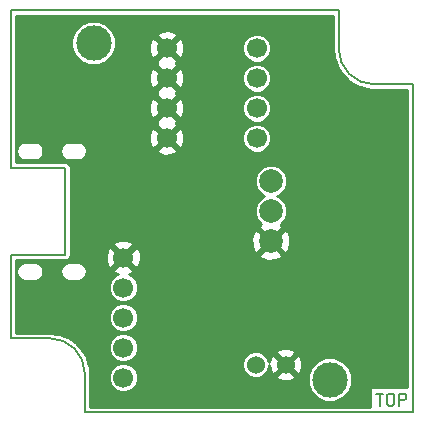
<source format=gtl>
G04 #@! TF.GenerationSoftware,KiCad,Pcbnew,5.0.1*
G04 #@! TF.CreationDate,2019-01-10T18:43:16+01:00*
G04 #@! TF.ProjectId,arachnorepel,61726163686E6F726570656C2E6B6963,rev?*
G04 #@! TF.SameCoordinates,Original*
G04 #@! TF.FileFunction,Copper,L1,Top,Signal*
G04 #@! TF.FilePolarity,Positive*
%FSLAX46Y46*%
G04 Gerber Fmt 4.6, Leading zero omitted, Abs format (unit mm)*
G04 Created by KiCad (PCBNEW 5.0.1) date Do 10 Jan 2019 18:43:16 CET*
%MOMM*%
%LPD*%
G01*
G04 APERTURE LIST*
G04 #@! TA.AperFunction,NonConductor*
%ADD10C,0.200000*%
G04 #@! TD*
G04 #@! TA.AperFunction,NonConductor*
%ADD11C,0.150000*%
G04 #@! TD*
G04 #@! TA.AperFunction,EtchedComponent*
%ADD12C,0.150000*%
G04 #@! TD*
G04 #@! TA.AperFunction,ComponentPad*
%ADD13C,2.999740*%
G04 #@! TD*
G04 #@! TA.AperFunction,ComponentPad*
%ADD14C,1.998980*%
G04 #@! TD*
G04 #@! TA.AperFunction,ComponentPad*
%ADD15C,1.700000*%
G04 #@! TD*
G04 #@! TA.AperFunction,ComponentPad*
%ADD16C,1.524000*%
G04 #@! TD*
G04 #@! TA.AperFunction,Conductor*
%ADD17C,0.254000*%
G04 #@! TD*
G04 APERTURE END LIST*
D10*
X113940476Y-115452380D02*
X114511904Y-115452380D01*
X114226190Y-116452380D02*
X114226190Y-115452380D01*
X115035714Y-115452380D02*
X115226190Y-115452380D01*
X115321428Y-115500000D01*
X115416666Y-115595238D01*
X115464285Y-115785714D01*
X115464285Y-116119047D01*
X115416666Y-116309523D01*
X115321428Y-116404761D01*
X115226190Y-116452380D01*
X115035714Y-116452380D01*
X114940476Y-116404761D01*
X114845238Y-116309523D01*
X114797619Y-116119047D01*
X114797619Y-115785714D01*
X114845238Y-115595238D01*
X114940476Y-115500000D01*
X115035714Y-115452380D01*
X115892857Y-116452380D02*
X115892857Y-115452380D01*
X116273809Y-115452380D01*
X116369047Y-115500000D01*
X116416666Y-115547619D01*
X116464285Y-115642857D01*
X116464285Y-115785714D01*
X116416666Y-115880952D01*
X116369047Y-115928571D01*
X116273809Y-115976190D01*
X115892857Y-115976190D01*
D11*
X83000000Y-110750000D02*
X83000000Y-103700000D01*
X110750000Y-86250000D02*
G75*
G03X113750000Y-89250000I3000000J0D01*
G01*
X89250000Y-113750000D02*
G75*
G03X86250000Y-110750000I-3000000J0D01*
G01*
X89250000Y-113750000D02*
X89250000Y-117000000D01*
X83000000Y-110750000D02*
X86250000Y-110750000D01*
X110750000Y-86250000D02*
X110750000Y-83000000D01*
X117000000Y-89250000D02*
X113750000Y-89250000D01*
X83000000Y-96300000D02*
X83000000Y-83000000D01*
X117000000Y-117000000D02*
X89250000Y-117000000D01*
X117000000Y-89250000D02*
X117000000Y-117000000D01*
X83000000Y-83000000D02*
X110750000Y-83000000D01*
D12*
G04 #@! TO.C,K2*
X87600000Y-103700000D02*
X83000000Y-103700000D01*
X87600000Y-96300000D02*
X87600000Y-103700000D01*
X83000000Y-96300000D02*
X87600000Y-96300000D01*
G04 #@! TD*
D13*
G04 #@! TO.P,HOLE_3mm,1*
G04 #@! TO.N,N/C*
X90000000Y-85750000D03*
G04 #@! TD*
G04 #@! TO.P,HOLE_3mm,1*
G04 #@! TO.N,N/C*
X110000000Y-114250000D03*
G04 #@! TD*
D14*
G04 #@! TO.P,K1,3*
G04 #@! TO.N,GND*
X105000000Y-102540000D03*
G04 #@! TO.P,K1,2*
G04 #@! TO.N,/DO*
X105000000Y-100000000D03*
G04 #@! TO.P,K1,1*
G04 #@! TO.N,+5V*
X105000000Y-97460000D03*
G04 #@! TD*
D15*
G04 #@! TO.P,K3,1*
G04 #@! TO.N,+3\002C3V*
X92500000Y-114080000D03*
G04 #@! TO.P,K3,2*
G04 #@! TO.N,/NRST*
X92500000Y-111540000D03*
G04 #@! TO.P,K3,3*
G04 #@! TO.N,/SWDIO*
X92500000Y-109000000D03*
G04 #@! TO.P,K3,4*
G04 #@! TO.N,/SWCLK*
X92500000Y-106460000D03*
G04 #@! TO.P,K3,5*
G04 #@! TO.N,GND*
X92500000Y-103920000D03*
G04 #@! TD*
G04 #@! TO.P,SW1,8*
G04 #@! TO.N,GND*
X96190000Y-93810000D03*
G04 #@! TO.P,SW1,7*
X96190000Y-91270000D03*
G04 #@! TO.P,SW1,4*
G04 #@! TO.N,Net-(SW1-Pad4)*
X103810000Y-86190000D03*
G04 #@! TO.P,SW1,3*
G04 #@! TO.N,Net-(SW1-Pad3)*
X103810000Y-88730000D03*
G04 #@! TO.P,SW1,2*
G04 #@! TO.N,Net-(SW1-Pad2)*
X103810000Y-91270000D03*
G04 #@! TO.P,SW1,1*
G04 #@! TO.N,Net-(SW1-Pad1)*
X103810000Y-93810000D03*
G04 #@! TO.P,SW1,5*
G04 #@! TO.N,GND*
X96190000Y-86190000D03*
G04 #@! TO.P,SW1,6*
X96190000Y-88730000D03*
G04 #@! TD*
D16*
G04 #@! TO.P,Q2,1*
G04 #@! TO.N,GND*
X106270000Y-113000000D03*
G04 #@! TO.P,Q2,2*
G04 #@! TO.N,Net-(Q2-Pad2)*
X103730000Y-113000000D03*
G04 #@! TD*
D17*
G04 #@! TO.N,GND*
G36*
X110294000Y-86294908D02*
X110297982Y-86314925D01*
X110343218Y-86821790D01*
X110346997Y-86839958D01*
X110348000Y-86858478D01*
X110360991Y-86913434D01*
X110562398Y-87578427D01*
X110572251Y-87601089D01*
X110579226Y-87624786D01*
X110604500Y-87675258D01*
X110604510Y-87675281D01*
X110604517Y-87675290D01*
X110953496Y-88276104D01*
X110968299Y-88295892D01*
X110980539Y-88317350D01*
X111016753Y-88360661D01*
X111016761Y-88360672D01*
X111016766Y-88360676D01*
X111494606Y-88865096D01*
X111513565Y-88880948D01*
X111530412Y-88899014D01*
X111575618Y-88932833D01*
X111575629Y-88932842D01*
X111575635Y-88932845D01*
X112156701Y-89313810D01*
X112178796Y-89324874D01*
X112199349Y-89338581D01*
X112251136Y-89361099D01*
X112904264Y-89598173D01*
X112928311Y-89603858D01*
X112951467Y-89612469D01*
X113007027Y-89622466D01*
X113007045Y-89622470D01*
X113007054Y-89622470D01*
X113679008Y-89700812D01*
X113705091Y-89706000D01*
X116544000Y-89706000D01*
X116544001Y-114849000D01*
X113364238Y-114849000D01*
X113364238Y-116544000D01*
X89706000Y-116544000D01*
X89706000Y-113835139D01*
X91269000Y-113835139D01*
X91269000Y-114324861D01*
X91456408Y-114777306D01*
X91802694Y-115123592D01*
X92255139Y-115311000D01*
X92744861Y-115311000D01*
X93197306Y-115123592D01*
X93543592Y-114777306D01*
X93731000Y-114324861D01*
X93731000Y-113835139D01*
X93543592Y-113382694D01*
X93197306Y-113036408D01*
X92744861Y-112849000D01*
X92255139Y-112849000D01*
X91802694Y-113036408D01*
X91456408Y-113382694D01*
X91269000Y-113835139D01*
X89706000Y-113835139D01*
X89706000Y-113705091D01*
X89702018Y-113685072D01*
X89656782Y-113178210D01*
X89653003Y-113160042D01*
X89652000Y-113141522D01*
X89639009Y-113086566D01*
X89543931Y-112772643D01*
X102587000Y-112772643D01*
X102587000Y-113227357D01*
X102761011Y-113647458D01*
X103082542Y-113968989D01*
X103502643Y-114143000D01*
X103957357Y-114143000D01*
X104350360Y-113980213D01*
X105469392Y-113980213D01*
X105538857Y-114222397D01*
X106062302Y-114409144D01*
X106617368Y-114381362D01*
X107001143Y-114222397D01*
X107070608Y-113980213D01*
X106966267Y-113875872D01*
X108119130Y-113875872D01*
X108119130Y-114624128D01*
X108405476Y-115315427D01*
X108934573Y-115844524D01*
X109625872Y-116130870D01*
X110374128Y-116130870D01*
X111065427Y-115844524D01*
X111594524Y-115315427D01*
X111880870Y-114624128D01*
X111880870Y-113875872D01*
X111594524Y-113184573D01*
X111065427Y-112655476D01*
X110374128Y-112369130D01*
X109625872Y-112369130D01*
X108934573Y-112655476D01*
X108405476Y-113184573D01*
X108119130Y-113875872D01*
X106966267Y-113875872D01*
X106270000Y-113179605D01*
X105469392Y-113980213D01*
X104350360Y-113980213D01*
X104377458Y-113968989D01*
X104698989Y-113647458D01*
X104873000Y-113227357D01*
X104873000Y-113034931D01*
X104888638Y-113347368D01*
X105047603Y-113731143D01*
X105289787Y-113800608D01*
X106090395Y-113000000D01*
X106449605Y-113000000D01*
X107250213Y-113800608D01*
X107492397Y-113731143D01*
X107679144Y-113207698D01*
X107651362Y-112652632D01*
X107492397Y-112268857D01*
X107250213Y-112199392D01*
X106449605Y-113000000D01*
X106090395Y-113000000D01*
X105289787Y-112199392D01*
X105047603Y-112268857D01*
X104870244Y-112765989D01*
X104698989Y-112352542D01*
X104377458Y-112031011D01*
X104350361Y-112019787D01*
X105469392Y-112019787D01*
X106270000Y-112820395D01*
X107070608Y-112019787D01*
X107001143Y-111777603D01*
X106477698Y-111590856D01*
X105922632Y-111618638D01*
X105538857Y-111777603D01*
X105469392Y-112019787D01*
X104350361Y-112019787D01*
X103957357Y-111857000D01*
X103502643Y-111857000D01*
X103082542Y-112031011D01*
X102761011Y-112352542D01*
X102587000Y-112772643D01*
X89543931Y-112772643D01*
X89437602Y-112421573D01*
X89427750Y-112398913D01*
X89420774Y-112375213D01*
X89395500Y-112324742D01*
X89395490Y-112324719D01*
X89395483Y-112324710D01*
X89046503Y-111723896D01*
X89031703Y-111704112D01*
X89019461Y-111682650D01*
X88983247Y-111639339D01*
X88983239Y-111639328D01*
X88983234Y-111639324D01*
X88657185Y-111295139D01*
X91269000Y-111295139D01*
X91269000Y-111784861D01*
X91456408Y-112237306D01*
X91802694Y-112583592D01*
X92255139Y-112771000D01*
X92744861Y-112771000D01*
X93197306Y-112583592D01*
X93543592Y-112237306D01*
X93731000Y-111784861D01*
X93731000Y-111295139D01*
X93543592Y-110842694D01*
X93197306Y-110496408D01*
X92744861Y-110309000D01*
X92255139Y-110309000D01*
X91802694Y-110496408D01*
X91456408Y-110842694D01*
X91269000Y-111295139D01*
X88657185Y-111295139D01*
X88505393Y-111134904D01*
X88486440Y-111119057D01*
X88469589Y-111100986D01*
X88424382Y-111067167D01*
X88424371Y-111067158D01*
X88424365Y-111067155D01*
X87843299Y-110686191D01*
X87821208Y-110675129D01*
X87800651Y-110661419D01*
X87748864Y-110638901D01*
X87095736Y-110401827D01*
X87071691Y-110396143D01*
X87048534Y-110387531D01*
X86992974Y-110377534D01*
X86992956Y-110377530D01*
X86992947Y-110377530D01*
X86320992Y-110299188D01*
X86294909Y-110294000D01*
X83456000Y-110294000D01*
X83456000Y-108755139D01*
X91269000Y-108755139D01*
X91269000Y-109244861D01*
X91456408Y-109697306D01*
X91802694Y-110043592D01*
X92255139Y-110231000D01*
X92744861Y-110231000D01*
X93197306Y-110043592D01*
X93543592Y-109697306D01*
X93731000Y-109244861D01*
X93731000Y-108755139D01*
X93543592Y-108302694D01*
X93197306Y-107956408D01*
X92744861Y-107769000D01*
X92255139Y-107769000D01*
X91802694Y-107956408D01*
X91456408Y-108302694D01*
X91269000Y-108755139D01*
X83456000Y-108755139D01*
X83456000Y-106215139D01*
X91269000Y-106215139D01*
X91269000Y-106704861D01*
X91456408Y-107157306D01*
X91802694Y-107503592D01*
X92255139Y-107691000D01*
X92744861Y-107691000D01*
X93197306Y-107503592D01*
X93543592Y-107157306D01*
X93731000Y-106704861D01*
X93731000Y-106215139D01*
X93543592Y-105762694D01*
X93197306Y-105416408D01*
X92997884Y-105333805D01*
X93284080Y-105215259D01*
X93364353Y-104963958D01*
X92500000Y-104099605D01*
X91635647Y-104963958D01*
X91715920Y-105215259D01*
X92021071Y-105325954D01*
X91802694Y-105416408D01*
X91456408Y-105762694D01*
X91269000Y-106215139D01*
X83456000Y-106215139D01*
X83456000Y-105111563D01*
X83514315Y-105404731D01*
X83686931Y-105663069D01*
X83945269Y-105835685D01*
X84173082Y-105881000D01*
X85026918Y-105881000D01*
X85254731Y-105835685D01*
X85513069Y-105663069D01*
X85685685Y-105404731D01*
X85746300Y-105100000D01*
X87153700Y-105100000D01*
X87214315Y-105404731D01*
X87386931Y-105663069D01*
X87645269Y-105835685D01*
X87873082Y-105881000D01*
X88726918Y-105881000D01*
X88954731Y-105835685D01*
X89213069Y-105663069D01*
X89385685Y-105404731D01*
X89446300Y-105100000D01*
X89385685Y-104795269D01*
X89213069Y-104536931D01*
X88954731Y-104364315D01*
X88726918Y-104319000D01*
X87873082Y-104319000D01*
X87645269Y-104364315D01*
X87386931Y-104536931D01*
X87214315Y-104795269D01*
X87153700Y-105100000D01*
X85746300Y-105100000D01*
X85685685Y-104795269D01*
X85513069Y-104536931D01*
X85254731Y-104364315D01*
X85026918Y-104319000D01*
X84173082Y-104319000D01*
X83945269Y-104364315D01*
X83686931Y-104536931D01*
X83514315Y-104795269D01*
X83456000Y-105088437D01*
X83456000Y-104156000D01*
X87555091Y-104156000D01*
X87600000Y-104164933D01*
X87644909Y-104156000D01*
X87777922Y-104129542D01*
X87928757Y-104028757D01*
X88029542Y-103877922D01*
X88064933Y-103700000D01*
X88063199Y-103691279D01*
X91003282Y-103691279D01*
X91029685Y-104281458D01*
X91204741Y-104704080D01*
X91456042Y-104784353D01*
X92320395Y-103920000D01*
X92679605Y-103920000D01*
X93543958Y-104784353D01*
X93795259Y-104704080D01*
X93996718Y-104148721D01*
X93976293Y-103692163D01*
X104027443Y-103692163D01*
X104126042Y-103958965D01*
X104735582Y-104185401D01*
X105385377Y-104161341D01*
X105873958Y-103958965D01*
X105972557Y-103692163D01*
X105000000Y-102719605D01*
X104027443Y-103692163D01*
X93976293Y-103692163D01*
X93970315Y-103558542D01*
X93795259Y-103135920D01*
X93543958Y-103055647D01*
X92679605Y-103920000D01*
X92320395Y-103920000D01*
X91456042Y-103055647D01*
X91204741Y-103135920D01*
X91003282Y-103691279D01*
X88063199Y-103691279D01*
X88056000Y-103655091D01*
X88056000Y-102876042D01*
X91635647Y-102876042D01*
X92500000Y-103740395D01*
X93364353Y-102876042D01*
X93284080Y-102624741D01*
X92728721Y-102423282D01*
X92138542Y-102449685D01*
X91715920Y-102624741D01*
X91635647Y-102876042D01*
X88056000Y-102876042D01*
X88056000Y-102275582D01*
X103354599Y-102275582D01*
X103378659Y-102925377D01*
X103581035Y-103413958D01*
X103847837Y-103512557D01*
X104820395Y-102540000D01*
X105179605Y-102540000D01*
X106152163Y-103512557D01*
X106418965Y-103413958D01*
X106645401Y-102804418D01*
X106621341Y-102154623D01*
X106418965Y-101666042D01*
X106152163Y-101567443D01*
X105179605Y-102540000D01*
X104820395Y-102540000D01*
X103847837Y-101567443D01*
X103581035Y-101666042D01*
X103354599Y-102275582D01*
X88056000Y-102275582D01*
X88056000Y-97185404D01*
X103619510Y-97185404D01*
X103619510Y-97734596D01*
X103829677Y-98241985D01*
X104218015Y-98630323D01*
X104458657Y-98730000D01*
X104218015Y-98829677D01*
X103829677Y-99218015D01*
X103619510Y-99725404D01*
X103619510Y-100274596D01*
X103829677Y-100781985D01*
X104156225Y-101108533D01*
X104126042Y-101121035D01*
X104027443Y-101387837D01*
X105000000Y-102360395D01*
X105972557Y-101387837D01*
X105873958Y-101121035D01*
X105842835Y-101109473D01*
X106170323Y-100781985D01*
X106380490Y-100274596D01*
X106380490Y-99725404D01*
X106170323Y-99218015D01*
X105781985Y-98829677D01*
X105541343Y-98730000D01*
X105781985Y-98630323D01*
X106170323Y-98241985D01*
X106380490Y-97734596D01*
X106380490Y-97185404D01*
X106170323Y-96678015D01*
X105781985Y-96289677D01*
X105274596Y-96079510D01*
X104725404Y-96079510D01*
X104218015Y-96289677D01*
X103829677Y-96678015D01*
X103619510Y-97185404D01*
X88056000Y-97185404D01*
X88056000Y-96344908D01*
X88064933Y-96300000D01*
X88029542Y-96122078D01*
X87928757Y-95971243D01*
X87777922Y-95870458D01*
X87644909Y-95844000D01*
X87600000Y-95835067D01*
X87555091Y-95844000D01*
X83456000Y-95844000D01*
X83456000Y-94911563D01*
X83514315Y-95204731D01*
X83686931Y-95463069D01*
X83945269Y-95635685D01*
X84173082Y-95681000D01*
X85026918Y-95681000D01*
X85254731Y-95635685D01*
X85513069Y-95463069D01*
X85685685Y-95204731D01*
X85746300Y-94900000D01*
X87153700Y-94900000D01*
X87214315Y-95204731D01*
X87386931Y-95463069D01*
X87645269Y-95635685D01*
X87873082Y-95681000D01*
X88726918Y-95681000D01*
X88954731Y-95635685D01*
X89213069Y-95463069D01*
X89385685Y-95204731D01*
X89446300Y-94900000D01*
X89437142Y-94853958D01*
X95325647Y-94853958D01*
X95405920Y-95105259D01*
X95961279Y-95306718D01*
X96551458Y-95280315D01*
X96974080Y-95105259D01*
X97054353Y-94853958D01*
X96190000Y-93989605D01*
X95325647Y-94853958D01*
X89437142Y-94853958D01*
X89385685Y-94595269D01*
X89213069Y-94336931D01*
X88954731Y-94164315D01*
X88726918Y-94119000D01*
X87873082Y-94119000D01*
X87645269Y-94164315D01*
X87386931Y-94336931D01*
X87214315Y-94595269D01*
X87153700Y-94900000D01*
X85746300Y-94900000D01*
X85685685Y-94595269D01*
X85513069Y-94336931D01*
X85254731Y-94164315D01*
X85026918Y-94119000D01*
X84173082Y-94119000D01*
X83945269Y-94164315D01*
X83686931Y-94336931D01*
X83514315Y-94595269D01*
X83456000Y-94888437D01*
X83456000Y-93581279D01*
X94693282Y-93581279D01*
X94719685Y-94171458D01*
X94894741Y-94594080D01*
X95146042Y-94674353D01*
X96010395Y-93810000D01*
X96369605Y-93810000D01*
X97233958Y-94674353D01*
X97485259Y-94594080D01*
X97686718Y-94038721D01*
X97665532Y-93565139D01*
X102579000Y-93565139D01*
X102579000Y-94054861D01*
X102766408Y-94507306D01*
X103112694Y-94853592D01*
X103565139Y-95041000D01*
X104054861Y-95041000D01*
X104507306Y-94853592D01*
X104853592Y-94507306D01*
X105041000Y-94054861D01*
X105041000Y-93565139D01*
X104853592Y-93112694D01*
X104507306Y-92766408D01*
X104054861Y-92579000D01*
X103565139Y-92579000D01*
X103112694Y-92766408D01*
X102766408Y-93112694D01*
X102579000Y-93565139D01*
X97665532Y-93565139D01*
X97660315Y-93448542D01*
X97485259Y-93025920D01*
X97233958Y-92945647D01*
X96369605Y-93810000D01*
X96010395Y-93810000D01*
X95146042Y-92945647D01*
X94894741Y-93025920D01*
X94693282Y-93581279D01*
X83456000Y-93581279D01*
X83456000Y-92313958D01*
X95325647Y-92313958D01*
X95397852Y-92540000D01*
X95325647Y-92766042D01*
X96190000Y-93630395D01*
X97054353Y-92766042D01*
X96982148Y-92540000D01*
X97054353Y-92313958D01*
X96190000Y-91449605D01*
X95325647Y-92313958D01*
X83456000Y-92313958D01*
X83456000Y-91041279D01*
X94693282Y-91041279D01*
X94719685Y-91631458D01*
X94894741Y-92054080D01*
X95146042Y-92134353D01*
X96010395Y-91270000D01*
X96369605Y-91270000D01*
X97233958Y-92134353D01*
X97485259Y-92054080D01*
X97686718Y-91498721D01*
X97665532Y-91025139D01*
X102579000Y-91025139D01*
X102579000Y-91514861D01*
X102766408Y-91967306D01*
X103112694Y-92313592D01*
X103565139Y-92501000D01*
X104054861Y-92501000D01*
X104507306Y-92313592D01*
X104853592Y-91967306D01*
X105041000Y-91514861D01*
X105041000Y-91025139D01*
X104853592Y-90572694D01*
X104507306Y-90226408D01*
X104054861Y-90039000D01*
X103565139Y-90039000D01*
X103112694Y-90226408D01*
X102766408Y-90572694D01*
X102579000Y-91025139D01*
X97665532Y-91025139D01*
X97660315Y-90908542D01*
X97485259Y-90485920D01*
X97233958Y-90405647D01*
X96369605Y-91270000D01*
X96010395Y-91270000D01*
X95146042Y-90405647D01*
X94894741Y-90485920D01*
X94693282Y-91041279D01*
X83456000Y-91041279D01*
X83456000Y-89773958D01*
X95325647Y-89773958D01*
X95397852Y-90000000D01*
X95325647Y-90226042D01*
X96190000Y-91090395D01*
X97054353Y-90226042D01*
X96982148Y-90000000D01*
X97054353Y-89773958D01*
X96190000Y-88909605D01*
X95325647Y-89773958D01*
X83456000Y-89773958D01*
X83456000Y-88501279D01*
X94693282Y-88501279D01*
X94719685Y-89091458D01*
X94894741Y-89514080D01*
X95146042Y-89594353D01*
X96010395Y-88730000D01*
X96369605Y-88730000D01*
X97233958Y-89594353D01*
X97485259Y-89514080D01*
X97686718Y-88958721D01*
X97665532Y-88485139D01*
X102579000Y-88485139D01*
X102579000Y-88974861D01*
X102766408Y-89427306D01*
X103112694Y-89773592D01*
X103565139Y-89961000D01*
X104054861Y-89961000D01*
X104507306Y-89773592D01*
X104853592Y-89427306D01*
X105041000Y-88974861D01*
X105041000Y-88485139D01*
X104853592Y-88032694D01*
X104507306Y-87686408D01*
X104054861Y-87499000D01*
X103565139Y-87499000D01*
X103112694Y-87686408D01*
X102766408Y-88032694D01*
X102579000Y-88485139D01*
X97665532Y-88485139D01*
X97660315Y-88368542D01*
X97485259Y-87945920D01*
X97233958Y-87865647D01*
X96369605Y-88730000D01*
X96010395Y-88730000D01*
X95146042Y-87865647D01*
X94894741Y-87945920D01*
X94693282Y-88501279D01*
X83456000Y-88501279D01*
X83456000Y-85375872D01*
X88119130Y-85375872D01*
X88119130Y-86124128D01*
X88405476Y-86815427D01*
X88934573Y-87344524D01*
X89625872Y-87630870D01*
X90374128Y-87630870D01*
X91065427Y-87344524D01*
X91175993Y-87233958D01*
X95325647Y-87233958D01*
X95397852Y-87460000D01*
X95325647Y-87686042D01*
X96190000Y-88550395D01*
X97054353Y-87686042D01*
X96982148Y-87460000D01*
X97054353Y-87233958D01*
X96190000Y-86369605D01*
X95325647Y-87233958D01*
X91175993Y-87233958D01*
X91594524Y-86815427D01*
X91880870Y-86124128D01*
X91880870Y-85961279D01*
X94693282Y-85961279D01*
X94719685Y-86551458D01*
X94894741Y-86974080D01*
X95146042Y-87054353D01*
X96010395Y-86190000D01*
X96369605Y-86190000D01*
X97233958Y-87054353D01*
X97485259Y-86974080D01*
X97686718Y-86418721D01*
X97665532Y-85945139D01*
X102579000Y-85945139D01*
X102579000Y-86434861D01*
X102766408Y-86887306D01*
X103112694Y-87233592D01*
X103565139Y-87421000D01*
X104054861Y-87421000D01*
X104507306Y-87233592D01*
X104853592Y-86887306D01*
X105041000Y-86434861D01*
X105041000Y-85945139D01*
X104853592Y-85492694D01*
X104507306Y-85146408D01*
X104054861Y-84959000D01*
X103565139Y-84959000D01*
X103112694Y-85146408D01*
X102766408Y-85492694D01*
X102579000Y-85945139D01*
X97665532Y-85945139D01*
X97660315Y-85828542D01*
X97485259Y-85405920D01*
X97233958Y-85325647D01*
X96369605Y-86190000D01*
X96010395Y-86190000D01*
X95146042Y-85325647D01*
X94894741Y-85405920D01*
X94693282Y-85961279D01*
X91880870Y-85961279D01*
X91880870Y-85375872D01*
X91785672Y-85146042D01*
X95325647Y-85146042D01*
X96190000Y-86010395D01*
X97054353Y-85146042D01*
X96974080Y-84894741D01*
X96418721Y-84693282D01*
X95828542Y-84719685D01*
X95405920Y-84894741D01*
X95325647Y-85146042D01*
X91785672Y-85146042D01*
X91594524Y-84684573D01*
X91065427Y-84155476D01*
X90374128Y-83869130D01*
X89625872Y-83869130D01*
X88934573Y-84155476D01*
X88405476Y-84684573D01*
X88119130Y-85375872D01*
X83456000Y-85375872D01*
X83456000Y-83456000D01*
X110294001Y-83456000D01*
X110294000Y-86294908D01*
X110294000Y-86294908D01*
G37*
X110294000Y-86294908D02*
X110297982Y-86314925D01*
X110343218Y-86821790D01*
X110346997Y-86839958D01*
X110348000Y-86858478D01*
X110360991Y-86913434D01*
X110562398Y-87578427D01*
X110572251Y-87601089D01*
X110579226Y-87624786D01*
X110604500Y-87675258D01*
X110604510Y-87675281D01*
X110604517Y-87675290D01*
X110953496Y-88276104D01*
X110968299Y-88295892D01*
X110980539Y-88317350D01*
X111016753Y-88360661D01*
X111016761Y-88360672D01*
X111016766Y-88360676D01*
X111494606Y-88865096D01*
X111513565Y-88880948D01*
X111530412Y-88899014D01*
X111575618Y-88932833D01*
X111575629Y-88932842D01*
X111575635Y-88932845D01*
X112156701Y-89313810D01*
X112178796Y-89324874D01*
X112199349Y-89338581D01*
X112251136Y-89361099D01*
X112904264Y-89598173D01*
X112928311Y-89603858D01*
X112951467Y-89612469D01*
X113007027Y-89622466D01*
X113007045Y-89622470D01*
X113007054Y-89622470D01*
X113679008Y-89700812D01*
X113705091Y-89706000D01*
X116544000Y-89706000D01*
X116544001Y-114849000D01*
X113364238Y-114849000D01*
X113364238Y-116544000D01*
X89706000Y-116544000D01*
X89706000Y-113835139D01*
X91269000Y-113835139D01*
X91269000Y-114324861D01*
X91456408Y-114777306D01*
X91802694Y-115123592D01*
X92255139Y-115311000D01*
X92744861Y-115311000D01*
X93197306Y-115123592D01*
X93543592Y-114777306D01*
X93731000Y-114324861D01*
X93731000Y-113835139D01*
X93543592Y-113382694D01*
X93197306Y-113036408D01*
X92744861Y-112849000D01*
X92255139Y-112849000D01*
X91802694Y-113036408D01*
X91456408Y-113382694D01*
X91269000Y-113835139D01*
X89706000Y-113835139D01*
X89706000Y-113705091D01*
X89702018Y-113685072D01*
X89656782Y-113178210D01*
X89653003Y-113160042D01*
X89652000Y-113141522D01*
X89639009Y-113086566D01*
X89543931Y-112772643D01*
X102587000Y-112772643D01*
X102587000Y-113227357D01*
X102761011Y-113647458D01*
X103082542Y-113968989D01*
X103502643Y-114143000D01*
X103957357Y-114143000D01*
X104350360Y-113980213D01*
X105469392Y-113980213D01*
X105538857Y-114222397D01*
X106062302Y-114409144D01*
X106617368Y-114381362D01*
X107001143Y-114222397D01*
X107070608Y-113980213D01*
X106966267Y-113875872D01*
X108119130Y-113875872D01*
X108119130Y-114624128D01*
X108405476Y-115315427D01*
X108934573Y-115844524D01*
X109625872Y-116130870D01*
X110374128Y-116130870D01*
X111065427Y-115844524D01*
X111594524Y-115315427D01*
X111880870Y-114624128D01*
X111880870Y-113875872D01*
X111594524Y-113184573D01*
X111065427Y-112655476D01*
X110374128Y-112369130D01*
X109625872Y-112369130D01*
X108934573Y-112655476D01*
X108405476Y-113184573D01*
X108119130Y-113875872D01*
X106966267Y-113875872D01*
X106270000Y-113179605D01*
X105469392Y-113980213D01*
X104350360Y-113980213D01*
X104377458Y-113968989D01*
X104698989Y-113647458D01*
X104873000Y-113227357D01*
X104873000Y-113034931D01*
X104888638Y-113347368D01*
X105047603Y-113731143D01*
X105289787Y-113800608D01*
X106090395Y-113000000D01*
X106449605Y-113000000D01*
X107250213Y-113800608D01*
X107492397Y-113731143D01*
X107679144Y-113207698D01*
X107651362Y-112652632D01*
X107492397Y-112268857D01*
X107250213Y-112199392D01*
X106449605Y-113000000D01*
X106090395Y-113000000D01*
X105289787Y-112199392D01*
X105047603Y-112268857D01*
X104870244Y-112765989D01*
X104698989Y-112352542D01*
X104377458Y-112031011D01*
X104350361Y-112019787D01*
X105469392Y-112019787D01*
X106270000Y-112820395D01*
X107070608Y-112019787D01*
X107001143Y-111777603D01*
X106477698Y-111590856D01*
X105922632Y-111618638D01*
X105538857Y-111777603D01*
X105469392Y-112019787D01*
X104350361Y-112019787D01*
X103957357Y-111857000D01*
X103502643Y-111857000D01*
X103082542Y-112031011D01*
X102761011Y-112352542D01*
X102587000Y-112772643D01*
X89543931Y-112772643D01*
X89437602Y-112421573D01*
X89427750Y-112398913D01*
X89420774Y-112375213D01*
X89395500Y-112324742D01*
X89395490Y-112324719D01*
X89395483Y-112324710D01*
X89046503Y-111723896D01*
X89031703Y-111704112D01*
X89019461Y-111682650D01*
X88983247Y-111639339D01*
X88983239Y-111639328D01*
X88983234Y-111639324D01*
X88657185Y-111295139D01*
X91269000Y-111295139D01*
X91269000Y-111784861D01*
X91456408Y-112237306D01*
X91802694Y-112583592D01*
X92255139Y-112771000D01*
X92744861Y-112771000D01*
X93197306Y-112583592D01*
X93543592Y-112237306D01*
X93731000Y-111784861D01*
X93731000Y-111295139D01*
X93543592Y-110842694D01*
X93197306Y-110496408D01*
X92744861Y-110309000D01*
X92255139Y-110309000D01*
X91802694Y-110496408D01*
X91456408Y-110842694D01*
X91269000Y-111295139D01*
X88657185Y-111295139D01*
X88505393Y-111134904D01*
X88486440Y-111119057D01*
X88469589Y-111100986D01*
X88424382Y-111067167D01*
X88424371Y-111067158D01*
X88424365Y-111067155D01*
X87843299Y-110686191D01*
X87821208Y-110675129D01*
X87800651Y-110661419D01*
X87748864Y-110638901D01*
X87095736Y-110401827D01*
X87071691Y-110396143D01*
X87048534Y-110387531D01*
X86992974Y-110377534D01*
X86992956Y-110377530D01*
X86992947Y-110377530D01*
X86320992Y-110299188D01*
X86294909Y-110294000D01*
X83456000Y-110294000D01*
X83456000Y-108755139D01*
X91269000Y-108755139D01*
X91269000Y-109244861D01*
X91456408Y-109697306D01*
X91802694Y-110043592D01*
X92255139Y-110231000D01*
X92744861Y-110231000D01*
X93197306Y-110043592D01*
X93543592Y-109697306D01*
X93731000Y-109244861D01*
X93731000Y-108755139D01*
X93543592Y-108302694D01*
X93197306Y-107956408D01*
X92744861Y-107769000D01*
X92255139Y-107769000D01*
X91802694Y-107956408D01*
X91456408Y-108302694D01*
X91269000Y-108755139D01*
X83456000Y-108755139D01*
X83456000Y-106215139D01*
X91269000Y-106215139D01*
X91269000Y-106704861D01*
X91456408Y-107157306D01*
X91802694Y-107503592D01*
X92255139Y-107691000D01*
X92744861Y-107691000D01*
X93197306Y-107503592D01*
X93543592Y-107157306D01*
X93731000Y-106704861D01*
X93731000Y-106215139D01*
X93543592Y-105762694D01*
X93197306Y-105416408D01*
X92997884Y-105333805D01*
X93284080Y-105215259D01*
X93364353Y-104963958D01*
X92500000Y-104099605D01*
X91635647Y-104963958D01*
X91715920Y-105215259D01*
X92021071Y-105325954D01*
X91802694Y-105416408D01*
X91456408Y-105762694D01*
X91269000Y-106215139D01*
X83456000Y-106215139D01*
X83456000Y-105111563D01*
X83514315Y-105404731D01*
X83686931Y-105663069D01*
X83945269Y-105835685D01*
X84173082Y-105881000D01*
X85026918Y-105881000D01*
X85254731Y-105835685D01*
X85513069Y-105663069D01*
X85685685Y-105404731D01*
X85746300Y-105100000D01*
X87153700Y-105100000D01*
X87214315Y-105404731D01*
X87386931Y-105663069D01*
X87645269Y-105835685D01*
X87873082Y-105881000D01*
X88726918Y-105881000D01*
X88954731Y-105835685D01*
X89213069Y-105663069D01*
X89385685Y-105404731D01*
X89446300Y-105100000D01*
X89385685Y-104795269D01*
X89213069Y-104536931D01*
X88954731Y-104364315D01*
X88726918Y-104319000D01*
X87873082Y-104319000D01*
X87645269Y-104364315D01*
X87386931Y-104536931D01*
X87214315Y-104795269D01*
X87153700Y-105100000D01*
X85746300Y-105100000D01*
X85685685Y-104795269D01*
X85513069Y-104536931D01*
X85254731Y-104364315D01*
X85026918Y-104319000D01*
X84173082Y-104319000D01*
X83945269Y-104364315D01*
X83686931Y-104536931D01*
X83514315Y-104795269D01*
X83456000Y-105088437D01*
X83456000Y-104156000D01*
X87555091Y-104156000D01*
X87600000Y-104164933D01*
X87644909Y-104156000D01*
X87777922Y-104129542D01*
X87928757Y-104028757D01*
X88029542Y-103877922D01*
X88064933Y-103700000D01*
X88063199Y-103691279D01*
X91003282Y-103691279D01*
X91029685Y-104281458D01*
X91204741Y-104704080D01*
X91456042Y-104784353D01*
X92320395Y-103920000D01*
X92679605Y-103920000D01*
X93543958Y-104784353D01*
X93795259Y-104704080D01*
X93996718Y-104148721D01*
X93976293Y-103692163D01*
X104027443Y-103692163D01*
X104126042Y-103958965D01*
X104735582Y-104185401D01*
X105385377Y-104161341D01*
X105873958Y-103958965D01*
X105972557Y-103692163D01*
X105000000Y-102719605D01*
X104027443Y-103692163D01*
X93976293Y-103692163D01*
X93970315Y-103558542D01*
X93795259Y-103135920D01*
X93543958Y-103055647D01*
X92679605Y-103920000D01*
X92320395Y-103920000D01*
X91456042Y-103055647D01*
X91204741Y-103135920D01*
X91003282Y-103691279D01*
X88063199Y-103691279D01*
X88056000Y-103655091D01*
X88056000Y-102876042D01*
X91635647Y-102876042D01*
X92500000Y-103740395D01*
X93364353Y-102876042D01*
X93284080Y-102624741D01*
X92728721Y-102423282D01*
X92138542Y-102449685D01*
X91715920Y-102624741D01*
X91635647Y-102876042D01*
X88056000Y-102876042D01*
X88056000Y-102275582D01*
X103354599Y-102275582D01*
X103378659Y-102925377D01*
X103581035Y-103413958D01*
X103847837Y-103512557D01*
X104820395Y-102540000D01*
X105179605Y-102540000D01*
X106152163Y-103512557D01*
X106418965Y-103413958D01*
X106645401Y-102804418D01*
X106621341Y-102154623D01*
X106418965Y-101666042D01*
X106152163Y-101567443D01*
X105179605Y-102540000D01*
X104820395Y-102540000D01*
X103847837Y-101567443D01*
X103581035Y-101666042D01*
X103354599Y-102275582D01*
X88056000Y-102275582D01*
X88056000Y-97185404D01*
X103619510Y-97185404D01*
X103619510Y-97734596D01*
X103829677Y-98241985D01*
X104218015Y-98630323D01*
X104458657Y-98730000D01*
X104218015Y-98829677D01*
X103829677Y-99218015D01*
X103619510Y-99725404D01*
X103619510Y-100274596D01*
X103829677Y-100781985D01*
X104156225Y-101108533D01*
X104126042Y-101121035D01*
X104027443Y-101387837D01*
X105000000Y-102360395D01*
X105972557Y-101387837D01*
X105873958Y-101121035D01*
X105842835Y-101109473D01*
X106170323Y-100781985D01*
X106380490Y-100274596D01*
X106380490Y-99725404D01*
X106170323Y-99218015D01*
X105781985Y-98829677D01*
X105541343Y-98730000D01*
X105781985Y-98630323D01*
X106170323Y-98241985D01*
X106380490Y-97734596D01*
X106380490Y-97185404D01*
X106170323Y-96678015D01*
X105781985Y-96289677D01*
X105274596Y-96079510D01*
X104725404Y-96079510D01*
X104218015Y-96289677D01*
X103829677Y-96678015D01*
X103619510Y-97185404D01*
X88056000Y-97185404D01*
X88056000Y-96344908D01*
X88064933Y-96300000D01*
X88029542Y-96122078D01*
X87928757Y-95971243D01*
X87777922Y-95870458D01*
X87644909Y-95844000D01*
X87600000Y-95835067D01*
X87555091Y-95844000D01*
X83456000Y-95844000D01*
X83456000Y-94911563D01*
X83514315Y-95204731D01*
X83686931Y-95463069D01*
X83945269Y-95635685D01*
X84173082Y-95681000D01*
X85026918Y-95681000D01*
X85254731Y-95635685D01*
X85513069Y-95463069D01*
X85685685Y-95204731D01*
X85746300Y-94900000D01*
X87153700Y-94900000D01*
X87214315Y-95204731D01*
X87386931Y-95463069D01*
X87645269Y-95635685D01*
X87873082Y-95681000D01*
X88726918Y-95681000D01*
X88954731Y-95635685D01*
X89213069Y-95463069D01*
X89385685Y-95204731D01*
X89446300Y-94900000D01*
X89437142Y-94853958D01*
X95325647Y-94853958D01*
X95405920Y-95105259D01*
X95961279Y-95306718D01*
X96551458Y-95280315D01*
X96974080Y-95105259D01*
X97054353Y-94853958D01*
X96190000Y-93989605D01*
X95325647Y-94853958D01*
X89437142Y-94853958D01*
X89385685Y-94595269D01*
X89213069Y-94336931D01*
X88954731Y-94164315D01*
X88726918Y-94119000D01*
X87873082Y-94119000D01*
X87645269Y-94164315D01*
X87386931Y-94336931D01*
X87214315Y-94595269D01*
X87153700Y-94900000D01*
X85746300Y-94900000D01*
X85685685Y-94595269D01*
X85513069Y-94336931D01*
X85254731Y-94164315D01*
X85026918Y-94119000D01*
X84173082Y-94119000D01*
X83945269Y-94164315D01*
X83686931Y-94336931D01*
X83514315Y-94595269D01*
X83456000Y-94888437D01*
X83456000Y-93581279D01*
X94693282Y-93581279D01*
X94719685Y-94171458D01*
X94894741Y-94594080D01*
X95146042Y-94674353D01*
X96010395Y-93810000D01*
X96369605Y-93810000D01*
X97233958Y-94674353D01*
X97485259Y-94594080D01*
X97686718Y-94038721D01*
X97665532Y-93565139D01*
X102579000Y-93565139D01*
X102579000Y-94054861D01*
X102766408Y-94507306D01*
X103112694Y-94853592D01*
X103565139Y-95041000D01*
X104054861Y-95041000D01*
X104507306Y-94853592D01*
X104853592Y-94507306D01*
X105041000Y-94054861D01*
X105041000Y-93565139D01*
X104853592Y-93112694D01*
X104507306Y-92766408D01*
X104054861Y-92579000D01*
X103565139Y-92579000D01*
X103112694Y-92766408D01*
X102766408Y-93112694D01*
X102579000Y-93565139D01*
X97665532Y-93565139D01*
X97660315Y-93448542D01*
X97485259Y-93025920D01*
X97233958Y-92945647D01*
X96369605Y-93810000D01*
X96010395Y-93810000D01*
X95146042Y-92945647D01*
X94894741Y-93025920D01*
X94693282Y-93581279D01*
X83456000Y-93581279D01*
X83456000Y-92313958D01*
X95325647Y-92313958D01*
X95397852Y-92540000D01*
X95325647Y-92766042D01*
X96190000Y-93630395D01*
X97054353Y-92766042D01*
X96982148Y-92540000D01*
X97054353Y-92313958D01*
X96190000Y-91449605D01*
X95325647Y-92313958D01*
X83456000Y-92313958D01*
X83456000Y-91041279D01*
X94693282Y-91041279D01*
X94719685Y-91631458D01*
X94894741Y-92054080D01*
X95146042Y-92134353D01*
X96010395Y-91270000D01*
X96369605Y-91270000D01*
X97233958Y-92134353D01*
X97485259Y-92054080D01*
X97686718Y-91498721D01*
X97665532Y-91025139D01*
X102579000Y-91025139D01*
X102579000Y-91514861D01*
X102766408Y-91967306D01*
X103112694Y-92313592D01*
X103565139Y-92501000D01*
X104054861Y-92501000D01*
X104507306Y-92313592D01*
X104853592Y-91967306D01*
X105041000Y-91514861D01*
X105041000Y-91025139D01*
X104853592Y-90572694D01*
X104507306Y-90226408D01*
X104054861Y-90039000D01*
X103565139Y-90039000D01*
X103112694Y-90226408D01*
X102766408Y-90572694D01*
X102579000Y-91025139D01*
X97665532Y-91025139D01*
X97660315Y-90908542D01*
X97485259Y-90485920D01*
X97233958Y-90405647D01*
X96369605Y-91270000D01*
X96010395Y-91270000D01*
X95146042Y-90405647D01*
X94894741Y-90485920D01*
X94693282Y-91041279D01*
X83456000Y-91041279D01*
X83456000Y-89773958D01*
X95325647Y-89773958D01*
X95397852Y-90000000D01*
X95325647Y-90226042D01*
X96190000Y-91090395D01*
X97054353Y-90226042D01*
X96982148Y-90000000D01*
X97054353Y-89773958D01*
X96190000Y-88909605D01*
X95325647Y-89773958D01*
X83456000Y-89773958D01*
X83456000Y-88501279D01*
X94693282Y-88501279D01*
X94719685Y-89091458D01*
X94894741Y-89514080D01*
X95146042Y-89594353D01*
X96010395Y-88730000D01*
X96369605Y-88730000D01*
X97233958Y-89594353D01*
X97485259Y-89514080D01*
X97686718Y-88958721D01*
X97665532Y-88485139D01*
X102579000Y-88485139D01*
X102579000Y-88974861D01*
X102766408Y-89427306D01*
X103112694Y-89773592D01*
X103565139Y-89961000D01*
X104054861Y-89961000D01*
X104507306Y-89773592D01*
X104853592Y-89427306D01*
X105041000Y-88974861D01*
X105041000Y-88485139D01*
X104853592Y-88032694D01*
X104507306Y-87686408D01*
X104054861Y-87499000D01*
X103565139Y-87499000D01*
X103112694Y-87686408D01*
X102766408Y-88032694D01*
X102579000Y-88485139D01*
X97665532Y-88485139D01*
X97660315Y-88368542D01*
X97485259Y-87945920D01*
X97233958Y-87865647D01*
X96369605Y-88730000D01*
X96010395Y-88730000D01*
X95146042Y-87865647D01*
X94894741Y-87945920D01*
X94693282Y-88501279D01*
X83456000Y-88501279D01*
X83456000Y-85375872D01*
X88119130Y-85375872D01*
X88119130Y-86124128D01*
X88405476Y-86815427D01*
X88934573Y-87344524D01*
X89625872Y-87630870D01*
X90374128Y-87630870D01*
X91065427Y-87344524D01*
X91175993Y-87233958D01*
X95325647Y-87233958D01*
X95397852Y-87460000D01*
X95325647Y-87686042D01*
X96190000Y-88550395D01*
X97054353Y-87686042D01*
X96982148Y-87460000D01*
X97054353Y-87233958D01*
X96190000Y-86369605D01*
X95325647Y-87233958D01*
X91175993Y-87233958D01*
X91594524Y-86815427D01*
X91880870Y-86124128D01*
X91880870Y-85961279D01*
X94693282Y-85961279D01*
X94719685Y-86551458D01*
X94894741Y-86974080D01*
X95146042Y-87054353D01*
X96010395Y-86190000D01*
X96369605Y-86190000D01*
X97233958Y-87054353D01*
X97485259Y-86974080D01*
X97686718Y-86418721D01*
X97665532Y-85945139D01*
X102579000Y-85945139D01*
X102579000Y-86434861D01*
X102766408Y-86887306D01*
X103112694Y-87233592D01*
X103565139Y-87421000D01*
X104054861Y-87421000D01*
X104507306Y-87233592D01*
X104853592Y-86887306D01*
X105041000Y-86434861D01*
X105041000Y-85945139D01*
X104853592Y-85492694D01*
X104507306Y-85146408D01*
X104054861Y-84959000D01*
X103565139Y-84959000D01*
X103112694Y-85146408D01*
X102766408Y-85492694D01*
X102579000Y-85945139D01*
X97665532Y-85945139D01*
X97660315Y-85828542D01*
X97485259Y-85405920D01*
X97233958Y-85325647D01*
X96369605Y-86190000D01*
X96010395Y-86190000D01*
X95146042Y-85325647D01*
X94894741Y-85405920D01*
X94693282Y-85961279D01*
X91880870Y-85961279D01*
X91880870Y-85375872D01*
X91785672Y-85146042D01*
X95325647Y-85146042D01*
X96190000Y-86010395D01*
X97054353Y-85146042D01*
X96974080Y-84894741D01*
X96418721Y-84693282D01*
X95828542Y-84719685D01*
X95405920Y-84894741D01*
X95325647Y-85146042D01*
X91785672Y-85146042D01*
X91594524Y-84684573D01*
X91065427Y-84155476D01*
X90374128Y-83869130D01*
X89625872Y-83869130D01*
X88934573Y-84155476D01*
X88405476Y-84684573D01*
X88119130Y-85375872D01*
X83456000Y-85375872D01*
X83456000Y-83456000D01*
X110294001Y-83456000D01*
X110294000Y-86294908D01*
G04 #@! TD*
M02*

</source>
